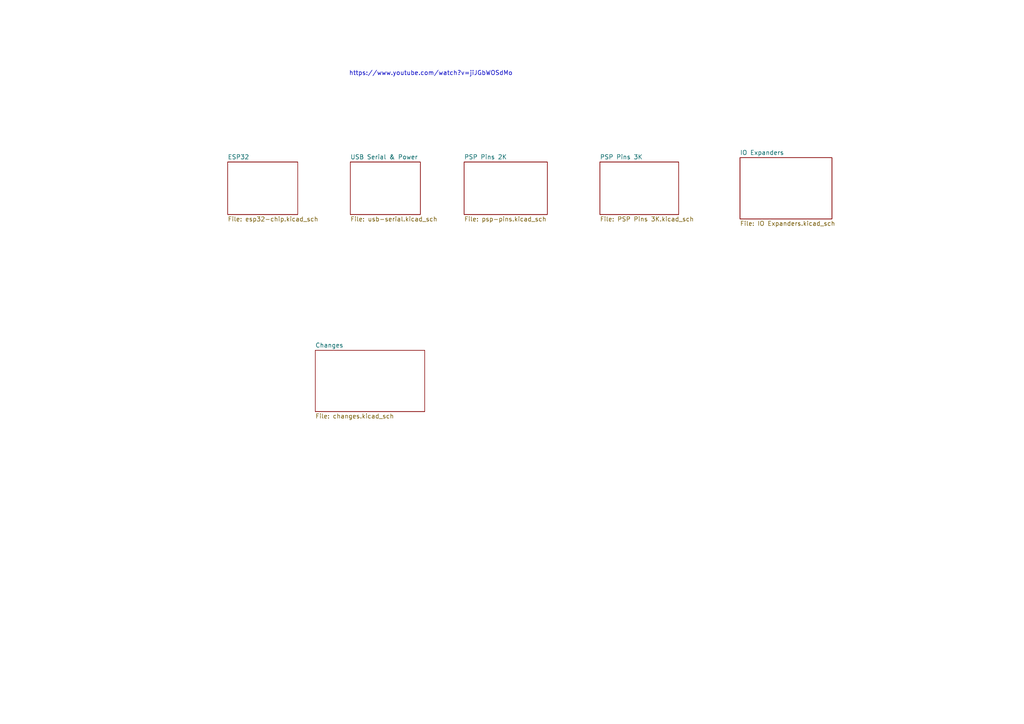
<source format=kicad_sch>
(kicad_sch
	(version 20231120)
	(generator "eeschema")
	(generator_version "8.0")
	(uuid "3a9f3299-35f4-4d62-9438-2986d1fa401f")
	(paper "A4")
	(title_block
		(title "PSP-Bluetooth")
		(date "2024-07-25")
		(rev "0.1")
		(comment 2 "https://github.com/ste2425/PSP-Bluetooth")
		(comment 4 "UNDER REVIEW - SUBJECT TO CHANGE")
	)
	(lib_symbols)
	(text "https://www.youtube.com/watch?v=jiJGbWOSdMo"
		(exclude_from_sim no)
		(at 124.968 21.336 0)
		(effects
			(font
				(size 1.27 1.27)
			)
		)
		(uuid "74761bec-331c-4263-a172-28fba0fbb858")
	)
	(sheet
		(at 66.04 46.99)
		(size 20.32 15.24)
		(fields_autoplaced yes)
		(stroke
			(width 0.1524)
			(type solid)
		)
		(fill
			(color 0 0 0 0.0000)
		)
		(uuid "4d61521e-d26b-4a87-9dc4-97977e5f7fed")
		(property "Sheetname" "ESP32"
			(at 66.04 46.2784 0)
			(effects
				(font
					(size 1.27 1.27)
				)
				(justify left bottom)
			)
		)
		(property "Sheetfile" "esp32-chip.kicad_sch"
			(at 66.04 62.8146 0)
			(effects
				(font
					(size 1.27 1.27)
				)
				(justify left top)
			)
		)
		(instances
			(project "esp32-c"
				(path "/3a9f3299-35f4-4d62-9438-2986d1fa401f"
					(page "2")
				)
			)
		)
	)
	(sheet
		(at 101.6 46.99)
		(size 20.32 15.24)
		(fields_autoplaced yes)
		(stroke
			(width 0.1524)
			(type solid)
		)
		(fill
			(color 0 0 0 0.0000)
		)
		(uuid "586a855a-7240-4874-a1e8-0873c3df1414")
		(property "Sheetname" "USB Serial & Power"
			(at 101.6 46.2784 0)
			(effects
				(font
					(size 1.27 1.27)
				)
				(justify left bottom)
			)
		)
		(property "Sheetfile" "usb-serial.kicad_sch"
			(at 101.6 62.8146 0)
			(effects
				(font
					(size 1.27 1.27)
				)
				(justify left top)
			)
		)
		(instances
			(project "esp32-c"
				(path "/3a9f3299-35f4-4d62-9438-2986d1fa401f"
					(page "3")
				)
			)
		)
	)
	(sheet
		(at 214.63 45.72)
		(size 26.67 17.78)
		(fields_autoplaced yes)
		(stroke
			(width 0.1524)
			(type solid)
		)
		(fill
			(color 0 0 0 0.0000)
		)
		(uuid "69246014-e69c-483a-8e99-10eb89618c95")
		(property "Sheetname" "IO Expanders"
			(at 214.63 45.0084 0)
			(effects
				(font
					(size 1.27 1.27)
				)
				(justify left bottom)
			)
		)
		(property "Sheetfile" "IO Expanders.kicad_sch"
			(at 214.63 64.0846 0)
			(effects
				(font
					(size 1.27 1.27)
				)
				(justify left top)
			)
		)
		(instances
			(project "esp32-c"
				(path "/3a9f3299-35f4-4d62-9438-2986d1fa401f"
					(page "7")
				)
			)
		)
	)
	(sheet
		(at 91.44 101.6)
		(size 31.75 17.78)
		(fields_autoplaced yes)
		(stroke
			(width 0.1524)
			(type solid)
		)
		(fill
			(color 0 0 0 0.0000)
		)
		(uuid "c8aa10b2-2f70-470d-9bc0-544c2824c53e")
		(property "Sheetname" "Changes"
			(at 91.44 100.8884 0)
			(effects
				(font
					(size 1.27 1.27)
				)
				(justify left bottom)
			)
		)
		(property "Sheetfile" "changes.kicad_sch"
			(at 91.44 119.9646 0)
			(effects
				(font
					(size 1.27 1.27)
				)
				(justify left top)
			)
		)
		(instances
			(project "esp32-c"
				(path "/3a9f3299-35f4-4d62-9438-2986d1fa401f"
					(page "5")
				)
			)
		)
	)
	(sheet
		(at 173.99 46.99)
		(size 22.86 15.24)
		(fields_autoplaced yes)
		(stroke
			(width 0.1524)
			(type solid)
		)
		(fill
			(color 0 0 0 0.0000)
		)
		(uuid "dc6afa68-7811-4cb2-9ae5-43b9e389483f")
		(property "Sheetname" "PSP Pins 3K"
			(at 173.99 46.2784 0)
			(effects
				(font
					(size 1.27 1.27)
				)
				(justify left bottom)
			)
		)
		(property "Sheetfile" "PSP Pins 3K.kicad_sch"
			(at 173.99 62.8146 0)
			(effects
				(font
					(size 1.27 1.27)
				)
				(justify left top)
			)
		)
		(instances
			(project "esp32-c"
				(path "/3a9f3299-35f4-4d62-9438-2986d1fa401f"
					(page "6")
				)
			)
		)
	)
	(sheet
		(at 134.62 46.99)
		(size 24.13 15.24)
		(fields_autoplaced yes)
		(stroke
			(width 0.1524)
			(type solid)
		)
		(fill
			(color 0 0 0 0.0000)
		)
		(uuid "e4f76cb1-7d48-40aa-a3b2-74b8410dfe76")
		(property "Sheetname" "PSP Pins 2K"
			(at 134.62 46.2784 0)
			(effects
				(font
					(size 1.27 1.27)
				)
				(justify left bottom)
			)
		)
		(property "Sheetfile" "psp-pins.kicad_sch"
			(at 134.62 62.8146 0)
			(effects
				(font
					(size 1.27 1.27)
				)
				(justify left top)
			)
		)
		(instances
			(project "esp32-c"
				(path "/3a9f3299-35f4-4d62-9438-2986d1fa401f"
					(page "4")
				)
			)
		)
	)
	(sheet_instances
		(path "/"
			(page "1")
		)
	)
)

</source>
